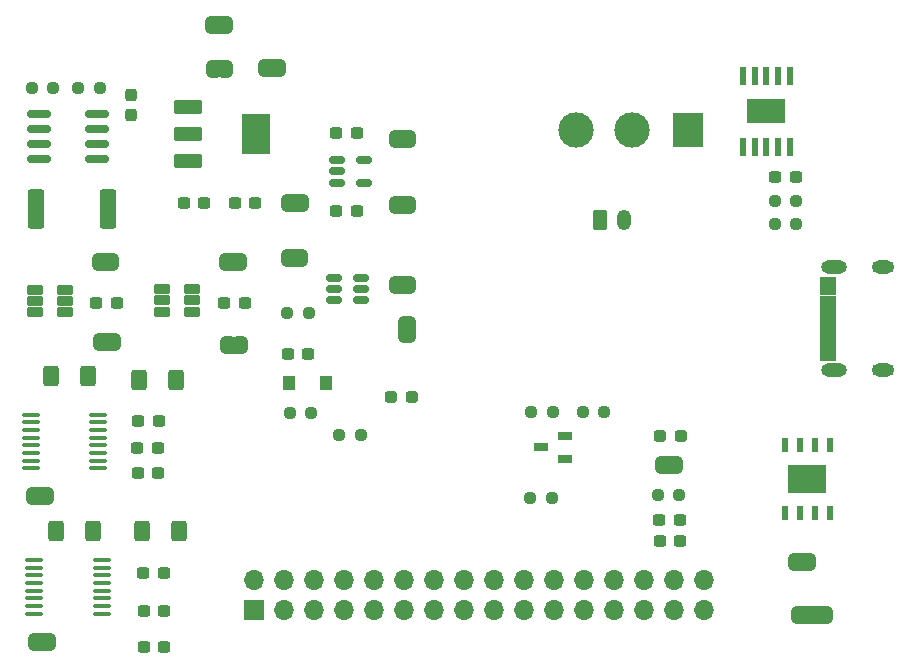
<source format=gbr>
%TF.GenerationSoftware,KiCad,Pcbnew,9.0.0*%
%TF.CreationDate,2025-04-09T21:38:28+02:00*%
%TF.ProjectId,ProLib_pcs_2025-03-23,50726f4c-6962-45f7-9063-735f32303235,rev?*%
%TF.SameCoordinates,Original*%
%TF.FileFunction,Soldermask,Top*%
%TF.FilePolarity,Negative*%
%FSLAX46Y46*%
G04 Gerber Fmt 4.6, Leading zero omitted, Abs format (unit mm)*
G04 Created by KiCad (PCBNEW 9.0.0) date 2025-04-09 21:38:28*
%MOMM*%
%LPD*%
G01*
G04 APERTURE LIST*
G04 Aperture macros list*
%AMRoundRect*
0 Rectangle with rounded corners*
0 $1 Rounding radius*
0 $2 $3 $4 $5 $6 $7 $8 $9 X,Y pos of 4 corners*
0 Add a 4 corners polygon primitive as box body*
4,1,4,$2,$3,$4,$5,$6,$7,$8,$9,$2,$3,0*
0 Add four circle primitives for the rounded corners*
1,1,$1+$1,$2,$3*
1,1,$1+$1,$4,$5*
1,1,$1+$1,$6,$7*
1,1,$1+$1,$8,$9*
0 Add four rect primitives between the rounded corners*
20,1,$1+$1,$2,$3,$4,$5,0*
20,1,$1+$1,$4,$5,$6,$7,0*
20,1,$1+$1,$6,$7,$8,$9,0*
20,1,$1+$1,$8,$9,$2,$3,0*%
%AMFreePoly0*
4,1,23,0.500000,-0.750000,0.000000,-0.750000,0.000000,-0.745722,-0.065263,-0.745722,-0.191342,-0.711940,-0.304381,-0.646677,-0.396677,-0.554381,-0.461940,-0.441342,-0.495722,-0.315263,-0.495722,-0.250000,-0.500000,-0.250000,-0.500000,0.250000,-0.495722,0.250000,-0.495722,0.315263,-0.461940,0.441342,-0.396677,0.554381,-0.304381,0.646677,-0.191342,0.711940,-0.065263,0.745722,0.000000,0.745722,
0.000000,0.750000,0.500000,0.750000,0.500000,-0.750000,0.500000,-0.750000,$1*%
%AMFreePoly1*
4,1,23,0.000000,0.745722,0.065263,0.745722,0.191342,0.711940,0.304381,0.646677,0.396677,0.554381,0.461940,0.441342,0.495722,0.315263,0.495722,0.250000,0.500000,0.250000,0.500000,-0.250000,0.495722,-0.250000,0.495722,-0.315263,0.461940,-0.441342,0.396677,-0.554381,0.304381,-0.646677,0.191342,-0.711940,0.065263,-0.745722,0.000000,-0.745722,0.000000,-0.750000,-0.500000,-0.750000,
-0.500000,0.750000,0.000000,0.750000,0.000000,0.745722,0.000000,0.745722,$1*%
%AMFreePoly2*
4,1,23,0.550000,-0.750000,0.000000,-0.750000,0.000000,-0.745722,-0.065263,-0.745722,-0.191342,-0.711940,-0.304381,-0.646677,-0.396677,-0.554381,-0.461940,-0.441342,-0.495722,-0.315263,-0.495722,-0.250000,-0.500000,-0.250000,-0.500000,0.250000,-0.495722,0.250000,-0.495722,0.315263,-0.461940,0.441342,-0.396677,0.554381,-0.304381,0.646677,-0.191342,0.711940,-0.065263,0.745722,0.000000,0.745722,
0.000000,0.750000,0.550000,0.750000,0.550000,-0.750000,0.550000,-0.750000,$1*%
%AMFreePoly3*
4,1,23,0.000000,0.745722,0.065263,0.745722,0.191342,0.711940,0.304381,0.646677,0.396677,0.554381,0.461940,0.441342,0.495722,0.315263,0.495722,0.250000,0.500000,0.250000,0.500000,-0.250000,0.495722,-0.250000,0.495722,-0.315263,0.461940,-0.441342,0.396677,-0.554381,0.304381,-0.646677,0.191342,-0.711940,0.065263,-0.745722,0.000000,-0.745722,0.000000,-0.750000,-0.550000,-0.750000,
-0.550000,0.750000,0.000000,0.750000,0.000000,0.745722,0.000000,0.745722,$1*%
G04 Aperture macros list end*
%ADD10C,0.010000*%
%ADD11RoundRect,0.150000X-0.825000X-0.150000X0.825000X-0.150000X0.825000X0.150000X-0.825000X0.150000X0*%
%ADD12RoundRect,0.237500X-0.250000X-0.237500X0.250000X-0.237500X0.250000X0.237500X-0.250000X0.237500X0*%
%ADD13RoundRect,0.237500X0.237500X-0.300000X0.237500X0.300000X-0.237500X0.300000X-0.237500X-0.300000X0*%
%ADD14RoundRect,0.237500X-0.300000X-0.237500X0.300000X-0.237500X0.300000X0.237500X-0.300000X0.237500X0*%
%ADD15FreePoly0,0.000000*%
%ADD16FreePoly1,0.000000*%
%ADD17RoundRect,0.150000X-0.512500X-0.150000X0.512500X-0.150000X0.512500X0.150000X-0.512500X0.150000X0*%
%ADD18RoundRect,0.102000X-1.075000X-0.475000X1.075000X-0.475000X1.075000X0.475000X-1.075000X0.475000X0*%
%ADD19RoundRect,0.102000X-1.075000X-1.625000X1.075000X-1.625000X1.075000X1.625000X-1.075000X1.625000X0*%
%ADD20RoundRect,0.237500X0.287500X0.237500X-0.287500X0.237500X-0.287500X-0.237500X0.287500X-0.237500X0*%
%ADD21RoundRect,0.250000X-0.350000X-0.625000X0.350000X-0.625000X0.350000X0.625000X-0.350000X0.625000X0*%
%ADD22O,1.200000X1.750000*%
%ADD23R,2.500000X3.000000*%
%ADD24C,3.000000*%
%ADD25RoundRect,0.250000X0.400000X0.625000X-0.400000X0.625000X-0.400000X-0.625000X0.400000X-0.625000X0*%
%ADD26RoundRect,0.098000X-0.609000X-0.294000X0.609000X-0.294000X0.609000X0.294000X-0.609000X0.294000X0*%
%ADD27RoundRect,0.237500X0.300000X0.237500X-0.300000X0.237500X-0.300000X-0.237500X0.300000X-0.237500X0*%
%ADD28FreePoly0,90.000000*%
%ADD29FreePoly1,90.000000*%
%ADD30RoundRect,0.237500X-0.287500X-0.237500X0.287500X-0.237500X0.287500X0.237500X-0.287500X0.237500X0*%
%ADD31R,0.600000X1.500000*%
%ADD32R,3.300000X2.100000*%
%ADD33RoundRect,0.250000X-0.400000X-0.625000X0.400000X-0.625000X0.400000X0.625000X-0.400000X0.625000X0*%
%ADD34RoundRect,0.100000X-0.637500X-0.100000X0.637500X-0.100000X0.637500X0.100000X-0.637500X0.100000X0*%
%ADD35R,1.250013X0.700000*%
%ADD36FreePoly0,180.000000*%
%ADD37FreePoly1,180.000000*%
%ADD38R,1.700000X1.700000*%
%ADD39O,1.700000X1.700000*%
%ADD40O,2.204000X1.104000*%
%ADD41O,1.904000X1.104000*%
%ADD42R,1.000000X1.200000*%
%ADD43FreePoly2,0.000000*%
%ADD44R,1.000000X1.500000*%
%ADD45FreePoly3,0.000000*%
%ADD46RoundRect,0.237500X0.250000X0.237500X-0.250000X0.237500X-0.250000X-0.237500X0.250000X-0.237500X0*%
%ADD47RoundRect,0.249999X-0.450001X-1.425001X0.450001X-1.425001X0.450001X1.425001X-0.450001X1.425001X0*%
%ADD48R,0.600000X1.200000*%
%ADD49R,3.300000X2.400000*%
G04 APERTURE END LIST*
%TO.C,JP2*%
G36*
X136992000Y-72240000D02*
G01*
X137292000Y-72240000D01*
X137292000Y-73740000D01*
X136992000Y-73740000D01*
X136992000Y-72240000D01*
G37*
%TO.C,JP20*%
G36*
X131762000Y-72597000D02*
G01*
X132062000Y-72597000D01*
X132062000Y-74097000D01*
X131762000Y-74097000D01*
X131762000Y-72597000D01*
G37*
%TO.C,JP11*%
G36*
X130593000Y-56232000D02*
G01*
X130893000Y-56232000D01*
X130893000Y-57732000D01*
X130593000Y-57732000D01*
X130593000Y-56232000D01*
G37*
%TO.C,JP13*%
G36*
X135074000Y-56179000D02*
G01*
X135374000Y-56179000D01*
X135374000Y-57679000D01*
X135074000Y-57679000D01*
X135074000Y-56179000D01*
G37*
%TO.C,JP10*%
G36*
X120984000Y-72632000D02*
G01*
X121284000Y-72632000D01*
X121284000Y-74132000D01*
X120984000Y-74132000D01*
X120984000Y-72632000D01*
G37*
%TO.C,JP5*%
G36*
X146126000Y-74566000D02*
G01*
X146426000Y-74566000D01*
X146426000Y-76066000D01*
X146126000Y-76066000D01*
X146126000Y-74566000D01*
G37*
%TO.C,JP12*%
G36*
X130585000Y-52536000D02*
G01*
X130885000Y-52536000D01*
X130885000Y-54036000D01*
X130585000Y-54036000D01*
X130585000Y-52536000D01*
G37*
%TO.C,JP3*%
G36*
X146091000Y-62200000D02*
G01*
X146391000Y-62200000D01*
X146391000Y-63700000D01*
X146091000Y-63700000D01*
X146091000Y-62200000D01*
G37*
%TO.C,JP6*%
G36*
X145891000Y-79230000D02*
G01*
X147391000Y-79230000D01*
X147391000Y-78930000D01*
X145891000Y-78930000D01*
X145891000Y-79230000D01*
G37*
%TO.C,JP17*%
G36*
X168667000Y-89825000D02*
G01*
X168967000Y-89825000D01*
X168967000Y-91325000D01*
X168667000Y-91325000D01*
X168667000Y-89825000D01*
G37*
%TO.C,JP15*%
G36*
X115417000Y-92447000D02*
G01*
X115717000Y-92447000D01*
X115717000Y-93947000D01*
X115417000Y-93947000D01*
X115417000Y-92447000D01*
G37*
%TO.C,JP1*%
G36*
X137006000Y-67635000D02*
G01*
X137306000Y-67635000D01*
X137306000Y-69135000D01*
X137006000Y-69135000D01*
X137006000Y-67635000D01*
G37*
%TO.C,JP4*%
G36*
X146386000Y-69274000D02*
G01*
X146086000Y-69274000D01*
X146086000Y-67774000D01*
X146386000Y-67774000D01*
X146386000Y-69274000D01*
G37*
%TO.C,JP19*%
G36*
X131838000Y-79678000D02*
G01*
X132138000Y-79678000D01*
X132138000Y-81178000D01*
X131838000Y-81178000D01*
X131838000Y-79678000D01*
G37*
D10*
%TO.C,J1*%
X182840000Y-75296000D02*
X181600000Y-75296000D01*
X181600000Y-74596000D01*
X182840000Y-74596000D01*
X182840000Y-75296000D01*
G36*
X182840000Y-75296000D02*
G01*
X181600000Y-75296000D01*
X181600000Y-74596000D01*
X182840000Y-74596000D01*
X182840000Y-75296000D01*
G37*
X182840000Y-76096000D02*
X181600000Y-76096000D01*
X181600000Y-75396000D01*
X182840000Y-75396000D01*
X182840000Y-76096000D01*
G36*
X182840000Y-76096000D02*
G01*
X181600000Y-76096000D01*
X181600000Y-75396000D01*
X182840000Y-75396000D01*
X182840000Y-76096000D01*
G37*
X182840000Y-76596000D02*
X181600000Y-76596000D01*
X181600000Y-76196000D01*
X182840000Y-76196000D01*
X182840000Y-76596000D01*
G36*
X182840000Y-76596000D02*
G01*
X181600000Y-76596000D01*
X181600000Y-76196000D01*
X182840000Y-76196000D01*
X182840000Y-76596000D01*
G37*
X182840000Y-77096000D02*
X181600000Y-77096000D01*
X181600000Y-76696000D01*
X182840000Y-76696000D01*
X182840000Y-77096000D01*
G36*
X182840000Y-77096000D02*
G01*
X181600000Y-77096000D01*
X181600000Y-76696000D01*
X182840000Y-76696000D01*
X182840000Y-77096000D01*
G37*
X182840000Y-77596000D02*
X181600000Y-77596000D01*
X181600000Y-77196000D01*
X182840000Y-77196000D01*
X182840000Y-77596000D01*
G36*
X182840000Y-77596000D02*
G01*
X181600000Y-77596000D01*
X181600000Y-77196000D01*
X182840000Y-77196000D01*
X182840000Y-77596000D01*
G37*
X182840000Y-78096000D02*
X181600000Y-78096000D01*
X181600000Y-77696000D01*
X182840000Y-77696000D01*
X182840000Y-78096000D01*
G36*
X182840000Y-78096000D02*
G01*
X181600000Y-78096000D01*
X181600000Y-77696000D01*
X182840000Y-77696000D01*
X182840000Y-78096000D01*
G37*
X182840000Y-78596000D02*
X181600000Y-78596000D01*
X181600000Y-78196000D01*
X182840000Y-78196000D01*
X182840000Y-78596000D01*
G36*
X182840000Y-78596000D02*
G01*
X181600000Y-78596000D01*
X181600000Y-78196000D01*
X182840000Y-78196000D01*
X182840000Y-78596000D01*
G37*
X182840000Y-79096000D02*
X181600000Y-79096000D01*
X181600000Y-78696000D01*
X182840000Y-78696000D01*
X182840000Y-79096000D01*
G36*
X182840000Y-79096000D02*
G01*
X181600000Y-79096000D01*
X181600000Y-78696000D01*
X182840000Y-78696000D01*
X182840000Y-79096000D01*
G37*
X182840000Y-79596000D02*
X181600000Y-79596000D01*
X181600000Y-79196000D01*
X182840000Y-79196000D01*
X182840000Y-79596000D01*
G36*
X182840000Y-79596000D02*
G01*
X181600000Y-79596000D01*
X181600000Y-79196000D01*
X182840000Y-79196000D01*
X182840000Y-79596000D01*
G37*
X182840000Y-80096000D02*
X181600000Y-80096000D01*
X181600000Y-79696000D01*
X182840000Y-79696000D01*
X182840000Y-80096000D01*
G36*
X182840000Y-80096000D02*
G01*
X181600000Y-80096000D01*
X181600000Y-79696000D01*
X182840000Y-79696000D01*
X182840000Y-80096000D01*
G37*
X182840000Y-80896000D02*
X181600000Y-80896000D01*
X181600000Y-80196000D01*
X182840000Y-80196000D01*
X182840000Y-80896000D01*
G36*
X182840000Y-80896000D02*
G01*
X181600000Y-80896000D01*
X181600000Y-80196000D01*
X182840000Y-80196000D01*
X182840000Y-80896000D01*
G37*
X182840000Y-81696000D02*
X181600000Y-81696000D01*
X181600000Y-80996000D01*
X182840000Y-80996000D01*
X182840000Y-81696000D01*
G36*
X182840000Y-81696000D02*
G01*
X181600000Y-81696000D01*
X181600000Y-80996000D01*
X182840000Y-80996000D01*
X182840000Y-81696000D01*
G37*
%TO.C,JP14*%
G36*
X115583000Y-104760000D02*
G01*
X115883000Y-104760000D01*
X115883000Y-106260000D01*
X115583000Y-106260000D01*
X115583000Y-104760000D01*
G37*
%TO.C,JP16*%
G36*
X179929000Y-98011000D02*
G01*
X180229000Y-98011000D01*
X180229000Y-99511000D01*
X179929000Y-99511000D01*
X179929000Y-98011000D01*
G37*
%TO.C,JP18*%
G36*
X180182000Y-102469000D02*
G01*
X181682000Y-102469000D01*
X181682000Y-103969000D01*
X180182000Y-103969000D01*
X180182000Y-102469000D01*
G37*
%TO.C,JP9*%
G36*
X121086000Y-79411000D02*
G01*
X121386000Y-79411000D01*
X121386000Y-80911000D01*
X121086000Y-80911000D01*
X121086000Y-79411000D01*
G37*
%TD*%
D11*
%TO.C,U9*%
X115454000Y-60835000D03*
X115454000Y-62105000D03*
X115454000Y-63375000D03*
X115454000Y-64645000D03*
X120404000Y-64645000D03*
X120404000Y-63375000D03*
X120404000Y-62105000D03*
X120404000Y-60835000D03*
%TD*%
D12*
%TO.C,R9*%
X177777500Y-68187000D03*
X179602500Y-68187000D03*
%TD*%
D13*
%TO.C,C21*%
X123296000Y-60922500D03*
X123296000Y-59197500D03*
%TD*%
D14*
%TO.C,C4*%
X123878500Y-86839000D03*
X125603500Y-86839000D03*
%TD*%
D15*
%TO.C,JP2*%
X136492000Y-72990000D03*
D16*
X137792000Y-72990000D03*
%TD*%
D17*
%TO.C,U5*%
X140746500Y-64741000D03*
X140746500Y-65691000D03*
X140746500Y-66641000D03*
X143021500Y-66641000D03*
X143021500Y-64741000D03*
%TD*%
D14*
%TO.C,C17*%
X132050500Y-68332000D03*
X133775500Y-68332000D03*
%TD*%
D18*
%TO.C,VR1*%
X128080000Y-60242000D03*
X128080000Y-62542000D03*
X128080000Y-64842000D03*
D19*
X133880000Y-62542000D03*
%TD*%
D14*
%TO.C,C16*%
X127772500Y-68342000D03*
X129497500Y-68342000D03*
%TD*%
D15*
%TO.C,JP20*%
X131262000Y-73347000D03*
D16*
X132562000Y-73347000D03*
%TD*%
D14*
%TO.C,C2*%
X124323500Y-99669000D03*
X126048500Y-99669000D03*
%TD*%
%TO.C,C24*%
X131179500Y-76794000D03*
X132904500Y-76794000D03*
%TD*%
D15*
%TO.C,JP11*%
X130093000Y-56982000D03*
D16*
X131393000Y-56982000D03*
%TD*%
D17*
%TO.C,U6*%
X140501500Y-74697500D03*
X140501500Y-75647500D03*
X140501500Y-76597500D03*
X142776500Y-76597500D03*
X142776500Y-75647500D03*
X142776500Y-74697500D03*
%TD*%
D15*
%TO.C,JP13*%
X134574000Y-56929000D03*
D16*
X135874000Y-56929000D03*
%TD*%
D15*
%TO.C,JP10*%
X120484000Y-73382000D03*
D16*
X121784000Y-73382000D03*
%TD*%
D20*
%TO.C,L1*%
X147047000Y-84819000D03*
X145297000Y-84819000D03*
%TD*%
D12*
%TO.C,R13*%
X157071500Y-93356000D03*
X158896500Y-93356000D03*
%TD*%
D14*
%TO.C,C6*%
X123845500Y-91236000D03*
X125570500Y-91236000D03*
%TD*%
D15*
%TO.C,JP5*%
X145626000Y-75316000D03*
D16*
X146926000Y-75316000D03*
%TD*%
D21*
%TO.C,J3*%
X163007000Y-69844000D03*
D22*
X165007000Y-69844000D03*
%TD*%
D12*
%TO.C,R11*%
X161533500Y-86044000D03*
X163358500Y-86044000D03*
%TD*%
%TO.C,R4*%
X140896500Y-88011000D03*
X142721500Y-88011000D03*
%TD*%
D14*
%TO.C,C3*%
X123803500Y-89099000D03*
X125528500Y-89099000D03*
%TD*%
D23*
%TO.C,U1*%
X170393025Y-62189000D03*
D24*
X165693000Y-62189000D03*
X160992975Y-62189000D03*
%TD*%
D25*
%TO.C,R2*%
X119617000Y-83043000D03*
X116517000Y-83043000D03*
%TD*%
D15*
%TO.C,JP12*%
X130085000Y-53286000D03*
D16*
X131385000Y-53286000D03*
%TD*%
D12*
%TO.C,R12*%
X167885500Y-93112000D03*
X169710500Y-93112000D03*
%TD*%
D26*
%TO.C,U10*%
X125897000Y-75668000D03*
X125897000Y-76618000D03*
X125897000Y-77568000D03*
X128407000Y-77568000D03*
X128407000Y-76618000D03*
X128407000Y-75668000D03*
%TD*%
D14*
%TO.C,C10*%
X120344500Y-76794000D03*
X122069500Y-76794000D03*
%TD*%
D27*
%TO.C,C15*%
X179536500Y-66174000D03*
X177811500Y-66174000D03*
%TD*%
D12*
%TO.C,R14*%
X136503500Y-77674000D03*
X138328500Y-77674000D03*
%TD*%
D15*
%TO.C,JP3*%
X145591000Y-62950000D03*
D16*
X146891000Y-62950000D03*
%TD*%
D12*
%TO.C,R7*%
X118784500Y-58651000D03*
X120609500Y-58651000D03*
%TD*%
%TO.C,R3*%
X136714500Y-86117000D03*
X138539500Y-86117000D03*
%TD*%
D28*
%TO.C,JP6*%
X146641000Y-79730000D03*
D29*
X146641000Y-78430000D03*
%TD*%
D15*
%TO.C,JP17*%
X168167000Y-90575000D03*
D16*
X169467000Y-90575000D03*
%TD*%
D15*
%TO.C,JP15*%
X114917000Y-93197000D03*
D16*
X116217000Y-93197000D03*
%TD*%
D30*
%TO.C,D3*%
X168059000Y-88094000D03*
X169809000Y-88094000D03*
%TD*%
D31*
%TO.C,U8*%
X179075924Y-57610873D03*
X178075924Y-57610873D03*
X177075924Y-57610873D03*
X176075924Y-57610873D03*
X175075924Y-57610873D03*
X175075924Y-63610873D03*
X176075924Y-63611127D03*
X177075924Y-63611127D03*
X178075924Y-63611127D03*
X179075924Y-63610873D03*
D32*
X177075924Y-60611127D03*
%TD*%
D27*
%TO.C,C11*%
X142391500Y-69043000D03*
X140666500Y-69043000D03*
%TD*%
D15*
%TO.C,JP1*%
X136506000Y-68385000D03*
D16*
X137806000Y-68385000D03*
%TD*%
D33*
%TO.C,R1*%
X124237000Y-96099000D03*
X127337000Y-96099000D03*
%TD*%
D12*
%TO.C,R10*%
X157139500Y-86026000D03*
X158964500Y-86026000D03*
%TD*%
D34*
%TO.C,U2*%
X115063000Y-98594000D03*
X115063000Y-99244000D03*
X115063000Y-99894000D03*
X115063000Y-100544000D03*
X115063000Y-101194000D03*
X115063000Y-101844000D03*
X115063000Y-102494000D03*
X115063000Y-103144000D03*
X120788000Y-103144000D03*
X120788000Y-102494000D03*
X120788000Y-101844000D03*
X120788000Y-101194000D03*
X120788000Y-100544000D03*
X120788000Y-99894000D03*
X120788000Y-99244000D03*
X120788000Y-98594000D03*
%TD*%
D35*
%TO.C,U12*%
X160021000Y-90003962D03*
X160021000Y-88104038D03*
X158021000Y-89054000D03*
%TD*%
D14*
%TO.C,C22*%
X124367500Y-102876000D03*
X126092500Y-102876000D03*
%TD*%
%TO.C,C1*%
X124367500Y-105994000D03*
X126092500Y-105994000D03*
%TD*%
D33*
%TO.C,R15*%
X116930000Y-96099000D03*
X120030000Y-96099000D03*
%TD*%
D12*
%TO.C,R8*%
X177794500Y-70151000D03*
X179619500Y-70151000D03*
%TD*%
D36*
%TO.C,JP4*%
X146886000Y-68524000D03*
D37*
X145586000Y-68524000D03*
%TD*%
D38*
%TO.C,J2*%
X133690000Y-102850000D03*
D39*
X133690000Y-100310000D03*
X136230000Y-102850000D03*
X136230000Y-100310000D03*
X138770000Y-102850000D03*
X138770000Y-100310000D03*
X141310000Y-102850000D03*
X141310000Y-100310000D03*
X143850000Y-102850000D03*
X143850000Y-100310000D03*
X146390000Y-102850000D03*
X146390000Y-100310000D03*
X148930000Y-102850000D03*
X148930000Y-100310000D03*
X151470000Y-102850000D03*
X151470000Y-100310000D03*
X154010000Y-102850000D03*
X154010000Y-100310000D03*
X156550000Y-102850000D03*
X156550000Y-100310000D03*
X159090000Y-102850000D03*
X159090000Y-100310000D03*
X161630000Y-102850000D03*
X161630000Y-100310000D03*
X164170000Y-102850000D03*
X164170000Y-100310000D03*
X166710000Y-102850000D03*
X166710000Y-100310000D03*
X169250000Y-102850000D03*
X169250000Y-100310000D03*
X171790000Y-102850000D03*
X171790000Y-100310000D03*
%TD*%
D14*
%TO.C,C18*%
X168011500Y-95169000D03*
X169736500Y-95169000D03*
%TD*%
D15*
%TO.C,JP19*%
X131338000Y-80428000D03*
D16*
X132638000Y-80428000D03*
%TD*%
D40*
%TO.C,J1*%
X182800000Y-82471000D03*
X182800000Y-73821000D03*
D41*
X186970000Y-82471000D03*
X186970000Y-73821000D03*
%TD*%
D33*
%TO.C,R16*%
X123949000Y-83374000D03*
X127049000Y-83374000D03*
%TD*%
D15*
%TO.C,JP14*%
X115083000Y-105510000D03*
D16*
X116383000Y-105510000D03*
%TD*%
D42*
%TO.C,U13*%
X136648089Y-83603000D03*
X139747911Y-83603000D03*
%TD*%
D26*
%TO.C,U4*%
X115176000Y-75732000D03*
X115176000Y-76682000D03*
X115176000Y-77632000D03*
X117686000Y-77632000D03*
X117686000Y-76682000D03*
X117686000Y-75732000D03*
%TD*%
D15*
%TO.C,JP16*%
X179429000Y-98761000D03*
D16*
X180729000Y-98761000D03*
%TD*%
D43*
%TO.C,JP18*%
X179632000Y-103219000D03*
D44*
X180932000Y-103219000D03*
D45*
X182232000Y-103219000D03*
%TD*%
D14*
%TO.C,C19*%
X168049500Y-96998000D03*
X169774500Y-96998000D03*
%TD*%
D46*
%TO.C,R6*%
X116680500Y-58619000D03*
X114855500Y-58619000D03*
%TD*%
D27*
%TO.C,C12*%
X142391500Y-62415000D03*
X140666500Y-62415000D03*
%TD*%
D47*
%TO.C,R5*%
X115205000Y-68851000D03*
X121305000Y-68851000D03*
%TD*%
D48*
%TO.C,U11*%
X178615996Y-94629306D03*
X179885999Y-94629306D03*
X181156001Y-94629306D03*
X182426004Y-94629306D03*
X182426004Y-88812694D03*
X181156001Y-88812694D03*
X179885999Y-88812694D03*
X178615996Y-88812694D03*
D49*
X180521000Y-91721000D03*
%TD*%
D34*
%TO.C,U7*%
X114769000Y-86291000D03*
X114769000Y-86941000D03*
X114769000Y-87591000D03*
X114769000Y-88241000D03*
X114769000Y-88891000D03*
X114769000Y-89541000D03*
X114769000Y-90191000D03*
X114769000Y-90841000D03*
X120494000Y-90841000D03*
X120494000Y-90191000D03*
X120494000Y-89541000D03*
X120494000Y-88891000D03*
X120494000Y-88241000D03*
X120494000Y-87591000D03*
X120494000Y-86941000D03*
X120494000Y-86291000D03*
%TD*%
D14*
%TO.C,C13*%
X136573500Y-81165000D03*
X138298500Y-81165000D03*
%TD*%
D15*
%TO.C,JP9*%
X120586000Y-80161000D03*
D16*
X121886000Y-80161000D03*
%TD*%
M02*

</source>
